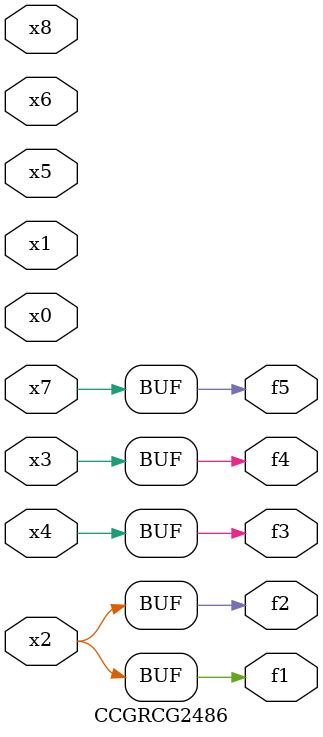
<source format=v>
module CCGRCG2486(
	input x0, x1, x2, x3, x4, x5, x6, x7, x8,
	output f1, f2, f3, f4, f5
);
	assign f1 = x2;
	assign f2 = x2;
	assign f3 = x4;
	assign f4 = x3;
	assign f5 = x7;
endmodule

</source>
